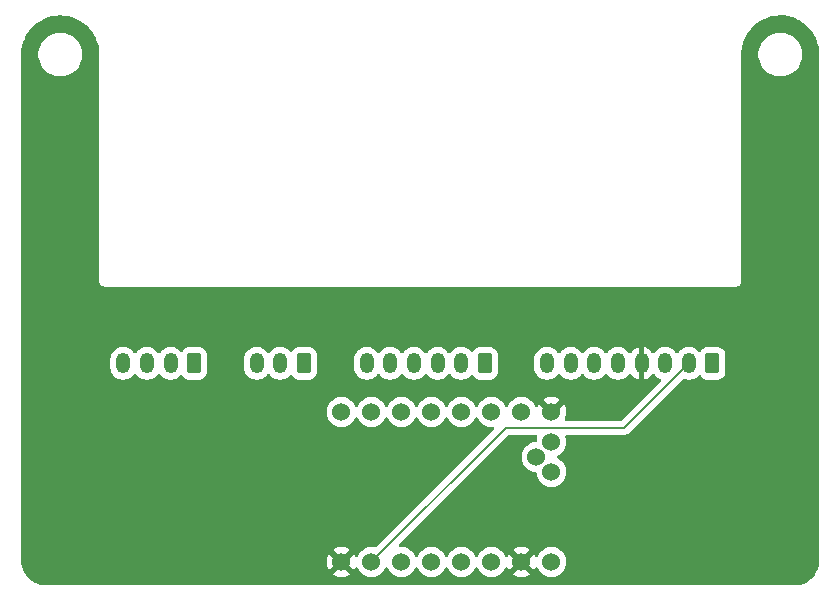
<source format=gbr>
%TF.GenerationSoftware,KiCad,Pcbnew,9.0.7*%
%TF.CreationDate,2026-02-21T16:48:54+00:00*%
%TF.ProjectId,z-axis-addon,7a2d6178-6973-42d6-9164-646f6e2e6b69,A*%
%TF.SameCoordinates,Original*%
%TF.FileFunction,Copper,L2,Bot*%
%TF.FilePolarity,Positive*%
%FSLAX46Y46*%
G04 Gerber Fmt 4.6, Leading zero omitted, Abs format (unit mm)*
G04 Created by KiCad (PCBNEW 9.0.7) date 2026-02-21 16:48:54*
%MOMM*%
%LPD*%
G01*
G04 APERTURE LIST*
G04 Aperture macros list*
%AMRoundRect*
0 Rectangle with rounded corners*
0 $1 Rounding radius*
0 $2 $3 $4 $5 $6 $7 $8 $9 X,Y pos of 4 corners*
0 Add a 4 corners polygon primitive as box body*
4,1,4,$2,$3,$4,$5,$6,$7,$8,$9,$2,$3,0*
0 Add four circle primitives for the rounded corners*
1,1,$1+$1,$2,$3*
1,1,$1+$1,$4,$5*
1,1,$1+$1,$6,$7*
1,1,$1+$1,$8,$9*
0 Add four rect primitives between the rounded corners*
20,1,$1+$1,$2,$3,$4,$5,0*
20,1,$1+$1,$4,$5,$6,$7,0*
20,1,$1+$1,$6,$7,$8,$9,0*
20,1,$1+$1,$8,$9,$2,$3,0*%
G04 Aperture macros list end*
%TA.AperFunction,ComponentPad*%
%ADD10RoundRect,0.250000X0.350000X0.625000X-0.350000X0.625000X-0.350000X-0.625000X0.350000X-0.625000X0*%
%TD*%
%TA.AperFunction,ComponentPad*%
%ADD11O,1.200000X1.750000*%
%TD*%
%TA.AperFunction,ComponentPad*%
%ADD12C,1.524000*%
%TD*%
%TA.AperFunction,Conductor*%
%ADD13C,0.200000*%
%TD*%
G04 APERTURE END LIST*
D10*
%TO.P,J2,1,Pin_1*%
%TO.N,/Vin*%
X211676000Y-119634000D03*
D11*
%TO.P,J2,2,Pin_2*%
%TO.N,/3v3*%
X209676000Y-119634000D03*
%TO.P,J2,3,Pin_3*%
%TO.N,unconnected-(J2-Pin_3-Pad3)*%
X207676000Y-119634000D03*
%TO.P,J2,4,Pin_4*%
%TO.N,/GND*%
X205676000Y-119634000D03*
%TO.P,J2,5,Pin_5*%
%TO.N,/MOSI*%
X203676000Y-119634000D03*
%TO.P,J2,6,Pin_6*%
%TO.N,/MISO*%
X201676000Y-119634000D03*
%TO.P,J2,7,Pin_7*%
%TO.N,/SCK*%
X199676000Y-119634000D03*
%TO.P,J2,8,Pin_8*%
%TO.N,/CS*%
X197676000Y-119634000D03*
%TD*%
D12*
%TO.P,U1,19*%
%TO.N,N/C*%
X196780400Y-127556600D03*
%TO.P,U1,18,DIAG1*%
%TO.N,/STALLGUARD*%
X198050400Y-128826600D03*
%TO.P,U1,17,DIAG0*%
%TO.N,unconnected-(U1-DIAG0-Pad17)*%
X198050400Y-126286600D03*
%TO.P,U1,16,VMOT*%
%TO.N,/Vin*%
X198050400Y-136446600D03*
%TO.P,U1,15,GND*%
%TO.N,/GND*%
X195510400Y-136446600D03*
%TO.P,U1,14,2B*%
%TO.N,/2B*%
X192970400Y-136446600D03*
%TO.P,U1,13,2A*%
%TO.N,/2A*%
X190430400Y-136446600D03*
%TO.P,U1,12,1A*%
%TO.N,/1A*%
X187890400Y-136446600D03*
%TO.P,U1,11,1B*%
%TO.N,/1B*%
X185350400Y-136446600D03*
%TO.P,U1,10,VDD*%
%TO.N,/3v3*%
X182810400Y-136446600D03*
%TO.P,U1,9,GND*%
%TO.N,/GND*%
X180270400Y-136446600D03*
%TO.P,U1,8,DIR*%
%TO.N,/DIR*%
X180270400Y-123746600D03*
%TO.P,U1,7,STEP*%
%TO.N,/STEP*%
X182810400Y-123746600D03*
%TO.P,U1,6,DCO*%
%TO.N,unconnected-(U1-DCO-Pad6)*%
X185350400Y-123746600D03*
%TO.P,U1,5,SDO/CFG0*%
%TO.N,/MISO*%
X187890400Y-123746600D03*
%TO.P,U1,4,CS/CFG3*%
%TO.N,/CS*%
X190430400Y-123746600D03*
%TO.P,U1,3,SCK/CFG2*%
%TO.N,/SCK*%
X192970400Y-123746600D03*
%TO.P,U1,2,SDI/CFG1*%
%TO.N,/MOSI*%
X195510400Y-123746600D03*
%TO.P,U1,1,~{EN}*%
%TO.N,/GND*%
X198050400Y-123746600D03*
%TD*%
D10*
%TO.P,J3,1,Pin_1*%
%TO.N,unconnected-(J3-Pin_1-Pad1)*%
X177085000Y-119634000D03*
D11*
%TO.P,J3,2,Pin_2*%
%TO.N,/STALLGUARD*%
X175085000Y-119634000D03*
%TO.P,J3,3,Pin_3*%
%TO.N,unconnected-(J3-Pin_3-Pad3)*%
X173085000Y-119634000D03*
%TD*%
D10*
%TO.P,J4,1,Pin_1*%
%TO.N,/2B*%
X167798000Y-119634000D03*
D11*
%TO.P,J4,2,Pin_2*%
%TO.N,/2A*%
X165798000Y-119634000D03*
%TO.P,J4,3,Pin_3*%
%TO.N,/1A*%
X163798000Y-119634000D03*
%TO.P,J4,4,Pin_4*%
%TO.N,/1B*%
X161798000Y-119634000D03*
%TD*%
D10*
%TO.P,J1,1,Pin_1*%
%TO.N,unconnected-(J1-Pin_1-Pad1)*%
X192404000Y-119634000D03*
D11*
%TO.P,J1,2,Pin_2*%
%TO.N,unconnected-(J1-Pin_2-Pad2)*%
X190404000Y-119634000D03*
%TO.P,J1,3,Pin_3*%
%TO.N,unconnected-(J1-Pin_3-Pad3)*%
X188404000Y-119634000D03*
%TO.P,J1,4,Pin_4*%
%TO.N,unconnected-(J1-Pin_4-Pad4)*%
X186404000Y-119634000D03*
%TO.P,J1,5,Pin_5*%
%TO.N,/STEP*%
X184404000Y-119634000D03*
%TO.P,J1,6,Pin_6*%
%TO.N,/DIR*%
X182404000Y-119634000D03*
%TD*%
D13*
%TO.N,/3v3*%
X194172400Y-125084600D02*
X182810400Y-136446600D01*
X209676000Y-119634000D02*
X204225400Y-125084600D01*
X204225400Y-125084600D02*
X194172400Y-125084600D01*
%TD*%
%TA.AperFunction,Conductor*%
%TO.N,/GND*%
G36*
X156803450Y-90180290D02*
G01*
X156816358Y-90181647D01*
X157145677Y-90233806D01*
X157158342Y-90236497D01*
X157480422Y-90322798D01*
X157492749Y-90326803D01*
X157804038Y-90446296D01*
X157815873Y-90451565D01*
X158112976Y-90602947D01*
X158124191Y-90609423D01*
X158403832Y-90791023D01*
X158414313Y-90798638D01*
X158471455Y-90844910D01*
X158673441Y-91008475D01*
X158683086Y-91017160D01*
X158918839Y-91252913D01*
X158927524Y-91262558D01*
X159137359Y-91521683D01*
X159144978Y-91532171D01*
X159326573Y-91811802D01*
X159333055Y-91823029D01*
X159462834Y-92077733D01*
X159484429Y-92120115D01*
X159489708Y-92131972D01*
X159609193Y-92443241D01*
X159613204Y-92455586D01*
X159699498Y-92777642D01*
X159702196Y-92790337D01*
X159754352Y-93119641D01*
X159755709Y-93132549D01*
X159773330Y-93468756D01*
X159773500Y-93475246D01*
X159773500Y-112714891D01*
X159807608Y-112842187D01*
X159840554Y-112899250D01*
X159873500Y-112956314D01*
X159966686Y-113049500D01*
X160080814Y-113115392D01*
X160208108Y-113149500D01*
X160208110Y-113149500D01*
X213682005Y-113149500D01*
X213682007Y-113149500D01*
X213809301Y-113115392D01*
X213923429Y-113049500D01*
X214016615Y-112956314D01*
X214082507Y-112842186D01*
X214116615Y-112714892D01*
X214116615Y-107884108D01*
X214116616Y-103566038D01*
X214116615Y-103566037D01*
X214116615Y-93656358D01*
X214118533Y-93648111D01*
X214116615Y-93590593D01*
X214116615Y-93569324D01*
X214116639Y-93566895D01*
X214118435Y-93475246D01*
X214120875Y-93350711D01*
X215573500Y-93350711D01*
X215573500Y-93593288D01*
X215605161Y-93833785D01*
X215667947Y-94068104D01*
X215760773Y-94292205D01*
X215760776Y-94292212D01*
X215882064Y-94502289D01*
X215882066Y-94502292D01*
X215882067Y-94502293D01*
X216029733Y-94694736D01*
X216029739Y-94694743D01*
X216201256Y-94866260D01*
X216201262Y-94866265D01*
X216393711Y-95013936D01*
X216603788Y-95135224D01*
X216827900Y-95228054D01*
X217062211Y-95290838D01*
X217242586Y-95314584D01*
X217302711Y-95322500D01*
X217302712Y-95322500D01*
X217545289Y-95322500D01*
X217593388Y-95316167D01*
X217785789Y-95290838D01*
X218020100Y-95228054D01*
X218244212Y-95135224D01*
X218454289Y-95013936D01*
X218646738Y-94866265D01*
X218818265Y-94694738D01*
X218965936Y-94502289D01*
X219087224Y-94292212D01*
X219180054Y-94068100D01*
X219242838Y-93833789D01*
X219274500Y-93593288D01*
X219274500Y-93350712D01*
X219242838Y-93110211D01*
X219180054Y-92875900D01*
X219087224Y-92651788D01*
X218965936Y-92441711D01*
X218818265Y-92249262D01*
X218818260Y-92249256D01*
X218646743Y-92077739D01*
X218646736Y-92077733D01*
X218454293Y-91930067D01*
X218454292Y-91930066D01*
X218454289Y-91930064D01*
X218268909Y-91823035D01*
X218244214Y-91808777D01*
X218244205Y-91808773D01*
X218020104Y-91715947D01*
X217785785Y-91653161D01*
X217545289Y-91621500D01*
X217545288Y-91621500D01*
X217302712Y-91621500D01*
X217302711Y-91621500D01*
X217062214Y-91653161D01*
X216827895Y-91715947D01*
X216603794Y-91808773D01*
X216603785Y-91808777D01*
X216393706Y-91930067D01*
X216201263Y-92077733D01*
X216201256Y-92077739D01*
X216029739Y-92249256D01*
X216029733Y-92249263D01*
X215882067Y-92441706D01*
X215760777Y-92651785D01*
X215760773Y-92651794D01*
X215667947Y-92875895D01*
X215605161Y-93110214D01*
X215573500Y-93350711D01*
X214120875Y-93350711D01*
X214123068Y-93238803D01*
X214124018Y-93225727D01*
X214166170Y-92891412D01*
X214168494Y-92878524D01*
X214245726Y-92550531D01*
X214249401Y-92537949D01*
X214280467Y-92449308D01*
X214360844Y-92219958D01*
X214365830Y-92207830D01*
X214404691Y-92125905D01*
X214510242Y-91903385D01*
X214516471Y-91891869D01*
X214692238Y-91604377D01*
X214699659Y-91593570D01*
X214904807Y-91326259D01*
X214913316Y-91316309D01*
X215145566Y-91072151D01*
X215155075Y-91063159D01*
X215411813Y-90844902D01*
X215422225Y-90836960D01*
X215700580Y-90647047D01*
X215711777Y-90640248D01*
X215815054Y-90584776D01*
X216008623Y-90480805D01*
X216020475Y-90475225D01*
X216332520Y-90348027D01*
X216344900Y-90343729D01*
X216668614Y-90250210D01*
X216681374Y-90247245D01*
X217013173Y-90188442D01*
X217026162Y-90186842D01*
X217362324Y-90163415D01*
X217375423Y-90163198D01*
X217712163Y-90175413D01*
X217725222Y-90176580D01*
X218058767Y-90224293D01*
X218071630Y-90226833D01*
X218398300Y-90309520D01*
X218410792Y-90313396D01*
X218726906Y-90430131D01*
X218738927Y-90435307D01*
X219040936Y-90584779D01*
X219052358Y-90591206D01*
X219336870Y-90771731D01*
X219347550Y-90779328D01*
X219611407Y-90988901D01*
X219621226Y-90997586D01*
X219861468Y-91233859D01*
X219870317Y-91243535D01*
X219938309Y-91326269D01*
X220084244Y-91503847D01*
X220092025Y-91514407D01*
X220277267Y-91795876D01*
X220283887Y-91807197D01*
X220435286Y-92100697D01*
X220438358Y-92106651D01*
X220443740Y-92118597D01*
X220565717Y-92432702D01*
X220569811Y-92445163D01*
X220657923Y-92770384D01*
X220660679Y-92783208D01*
X220713945Y-93115928D01*
X220715330Y-93128971D01*
X220733325Y-93468713D01*
X220733499Y-93475272D01*
X220733500Y-103439108D01*
X220733500Y-136267249D01*
X220733274Y-136274736D01*
X220718156Y-136524656D01*
X220716351Y-136539521D01*
X220671895Y-136782105D01*
X220668311Y-136796643D01*
X220594941Y-137032098D01*
X220589634Y-137046092D01*
X220488420Y-137270978D01*
X220481462Y-137284235D01*
X220353875Y-137495292D01*
X220345369Y-137507616D01*
X220193272Y-137701753D01*
X220183342Y-137712961D01*
X220008961Y-137887342D01*
X219997753Y-137897272D01*
X219803616Y-138049369D01*
X219791292Y-138057875D01*
X219580235Y-138185462D01*
X219566978Y-138192420D01*
X219342092Y-138293634D01*
X219328098Y-138298941D01*
X219094684Y-138371675D01*
X219092643Y-138372312D01*
X219078105Y-138375895D01*
X218835521Y-138420351D01*
X218820656Y-138422156D01*
X218570736Y-138437274D01*
X218563249Y-138437500D01*
X155324751Y-138437500D01*
X155317264Y-138437274D01*
X155067343Y-138422156D01*
X155052478Y-138420351D01*
X154809894Y-138375895D01*
X154795360Y-138372313D01*
X154559896Y-138298940D01*
X154545911Y-138293635D01*
X154414588Y-138234531D01*
X154321021Y-138192420D01*
X154307764Y-138185462D01*
X154096707Y-138057875D01*
X154084383Y-138049369D01*
X153890246Y-137897272D01*
X153879038Y-137887342D01*
X153704657Y-137712961D01*
X153694727Y-137701753D01*
X153675745Y-137677524D01*
X153542626Y-137507610D01*
X153534124Y-137495292D01*
X153406537Y-137284235D01*
X153399579Y-137270978D01*
X153298360Y-137046079D01*
X153293062Y-137032113D01*
X153219683Y-136796627D01*
X153216104Y-136782105D01*
X153171648Y-136539521D01*
X153169843Y-136524656D01*
X153159272Y-136349893D01*
X153159111Y-136347239D01*
X153154726Y-136274736D01*
X153154500Y-136267249D01*
X153154500Y-123647239D01*
X179007900Y-123647239D01*
X179007900Y-123845960D01*
X179038987Y-124042237D01*
X179100393Y-124231229D01*
X179100394Y-124231232D01*
X179157065Y-124342453D01*
X179190613Y-124408294D01*
X179307419Y-124569064D01*
X179447936Y-124709581D01*
X179608706Y-124826387D01*
X179695549Y-124870635D01*
X179785767Y-124916605D01*
X179785770Y-124916606D01*
X179880266Y-124947309D01*
X179974764Y-124978013D01*
X180171039Y-125009100D01*
X180171040Y-125009100D01*
X180369760Y-125009100D01*
X180369761Y-125009100D01*
X180566036Y-124978013D01*
X180755032Y-124916605D01*
X180932094Y-124826387D01*
X181092864Y-124709581D01*
X181233381Y-124569064D01*
X181350187Y-124408294D01*
X181429915Y-124251818D01*
X181477890Y-124201023D01*
X181545711Y-124184228D01*
X181611846Y-124206765D01*
X181650884Y-124251818D01*
X181730613Y-124408294D01*
X181847419Y-124569064D01*
X181987936Y-124709581D01*
X182148706Y-124826387D01*
X182235549Y-124870635D01*
X182325767Y-124916605D01*
X182325770Y-124916606D01*
X182420266Y-124947309D01*
X182514764Y-124978013D01*
X182711039Y-125009100D01*
X182711040Y-125009100D01*
X182909760Y-125009100D01*
X182909761Y-125009100D01*
X183106036Y-124978013D01*
X183295032Y-124916605D01*
X183472094Y-124826387D01*
X183632864Y-124709581D01*
X183773381Y-124569064D01*
X183890187Y-124408294D01*
X183969915Y-124251818D01*
X184017890Y-124201023D01*
X184085711Y-124184228D01*
X184151846Y-124206765D01*
X184190884Y-124251818D01*
X184270613Y-124408294D01*
X184387419Y-124569064D01*
X184527936Y-124709581D01*
X184688706Y-124826387D01*
X184775549Y-124870635D01*
X184865767Y-124916605D01*
X184865770Y-124916606D01*
X184960266Y-124947309D01*
X185054764Y-124978013D01*
X185251039Y-125009100D01*
X185251040Y-125009100D01*
X185449760Y-125009100D01*
X185449761Y-125009100D01*
X185646036Y-124978013D01*
X185835032Y-124916605D01*
X186012094Y-124826387D01*
X186172864Y-124709581D01*
X186313381Y-124569064D01*
X186430187Y-124408294D01*
X186509915Y-124251818D01*
X186557890Y-124201023D01*
X186625711Y-124184228D01*
X186691846Y-124206765D01*
X186730884Y-124251818D01*
X186810613Y-124408294D01*
X186927419Y-124569064D01*
X187067936Y-124709581D01*
X187228706Y-124826387D01*
X187315549Y-124870635D01*
X187405767Y-124916605D01*
X187405770Y-124916606D01*
X187500266Y-124947309D01*
X187594764Y-124978013D01*
X187791039Y-125009100D01*
X187791040Y-125009100D01*
X187989760Y-125009100D01*
X187989761Y-125009100D01*
X188186036Y-124978013D01*
X188375032Y-124916605D01*
X188552094Y-124826387D01*
X188712864Y-124709581D01*
X188853381Y-124569064D01*
X188970187Y-124408294D01*
X189049915Y-124251818D01*
X189097890Y-124201023D01*
X189165711Y-124184228D01*
X189231846Y-124206765D01*
X189270884Y-124251818D01*
X189350613Y-124408294D01*
X189467419Y-124569064D01*
X189607936Y-124709581D01*
X189768706Y-124826387D01*
X189855549Y-124870635D01*
X189945767Y-124916605D01*
X189945770Y-124916606D01*
X190040266Y-124947309D01*
X190134764Y-124978013D01*
X190331039Y-125009100D01*
X190331040Y-125009100D01*
X190529760Y-125009100D01*
X190529761Y-125009100D01*
X190726036Y-124978013D01*
X190915032Y-124916605D01*
X191092094Y-124826387D01*
X191252864Y-124709581D01*
X191393381Y-124569064D01*
X191510187Y-124408294D01*
X191589915Y-124251818D01*
X191637890Y-124201023D01*
X191705711Y-124184228D01*
X191771846Y-124206765D01*
X191810884Y-124251818D01*
X191890613Y-124408294D01*
X192007419Y-124569064D01*
X192147936Y-124709581D01*
X192308706Y-124826387D01*
X192395549Y-124870635D01*
X192485767Y-124916605D01*
X192485770Y-124916606D01*
X192580266Y-124947309D01*
X192674764Y-124978013D01*
X192871039Y-125009100D01*
X192871040Y-125009100D01*
X193069755Y-125009100D01*
X193069761Y-125009100D01*
X193083628Y-125006903D01*
X193152916Y-125015856D01*
X193206370Y-125060850D01*
X193227012Y-125127601D01*
X193208289Y-125194915D01*
X193190706Y-125217057D01*
X183224926Y-135182837D01*
X183163603Y-135216322D01*
X183110878Y-135215758D01*
X183110848Y-135215949D01*
X183109556Y-135215744D01*
X183108303Y-135215731D01*
X183106036Y-135215186D01*
X182923632Y-135186297D01*
X182909761Y-135184100D01*
X182711039Y-135184100D01*
X182645614Y-135194462D01*
X182514762Y-135215187D01*
X182325770Y-135276593D01*
X182325767Y-135276594D01*
X182148705Y-135366813D01*
X181987933Y-135483621D01*
X181847421Y-135624133D01*
X181730613Y-135784905D01*
X181650604Y-135941931D01*
X181602629Y-135992727D01*
X181534808Y-136009522D01*
X181468673Y-135986984D01*
X181429634Y-135941931D01*
X181349758Y-135785167D01*
X181322668Y-135747883D01*
X180651400Y-136419151D01*
X180651400Y-136396440D01*
X180625436Y-136299539D01*
X180575276Y-136212660D01*
X180504340Y-136141724D01*
X180417461Y-136091564D01*
X180320560Y-136065600D01*
X180297847Y-136065600D01*
X180969116Y-135394331D01*
X180969115Y-135394330D01*
X180931832Y-135367241D01*
X180754837Y-135277057D01*
X180565922Y-135215675D01*
X180369721Y-135184600D01*
X180171079Y-135184600D01*
X179974879Y-135215675D01*
X179974876Y-135215675D01*
X179785962Y-135277057D01*
X179608964Y-135367243D01*
X179571683Y-135394329D01*
X179571682Y-135394330D01*
X180242954Y-136065600D01*
X180220240Y-136065600D01*
X180123339Y-136091564D01*
X180036460Y-136141724D01*
X179965524Y-136212660D01*
X179915364Y-136299539D01*
X179889400Y-136396440D01*
X179889400Y-136419152D01*
X179218130Y-135747882D01*
X179218129Y-135747883D01*
X179191043Y-135785164D01*
X179100857Y-135962162D01*
X179039475Y-136151076D01*
X179039475Y-136151079D01*
X179008400Y-136347278D01*
X179008400Y-136545921D01*
X179039475Y-136742120D01*
X179039475Y-136742123D01*
X179100857Y-136931037D01*
X179191041Y-137108032D01*
X179218130Y-137145315D01*
X179218131Y-137145316D01*
X179889400Y-136474047D01*
X179889400Y-136496760D01*
X179915364Y-136593661D01*
X179965524Y-136680540D01*
X180036460Y-136751476D01*
X180123339Y-136801636D01*
X180220240Y-136827600D01*
X180242953Y-136827600D01*
X179571683Y-137498868D01*
X179571683Y-137498869D01*
X179608967Y-137525958D01*
X179785962Y-137616142D01*
X179974877Y-137677524D01*
X180171079Y-137708600D01*
X180369721Y-137708600D01*
X180565920Y-137677524D01*
X180565923Y-137677524D01*
X180754837Y-137616142D01*
X180931825Y-137525962D01*
X180969116Y-137498868D01*
X180297848Y-136827600D01*
X180320560Y-136827600D01*
X180417461Y-136801636D01*
X180504340Y-136751476D01*
X180575276Y-136680540D01*
X180625436Y-136593661D01*
X180651400Y-136496760D01*
X180651400Y-136474047D01*
X181322668Y-137145315D01*
X181349764Y-137108022D01*
X181429634Y-136951269D01*
X181477608Y-136900472D01*
X181545429Y-136883677D01*
X181611564Y-136906214D01*
X181650603Y-136951267D01*
X181730613Y-137108294D01*
X181847419Y-137269064D01*
X181987936Y-137409581D01*
X182148706Y-137526387D01*
X182235549Y-137570635D01*
X182325767Y-137616605D01*
X182325770Y-137616606D01*
X182420266Y-137647309D01*
X182514764Y-137678013D01*
X182711039Y-137709100D01*
X182711040Y-137709100D01*
X182909760Y-137709100D01*
X182909761Y-137709100D01*
X183106036Y-137678013D01*
X183295032Y-137616605D01*
X183472094Y-137526387D01*
X183632864Y-137409581D01*
X183773381Y-137269064D01*
X183890187Y-137108294D01*
X183969915Y-136951818D01*
X184017890Y-136901023D01*
X184085711Y-136884228D01*
X184151846Y-136906765D01*
X184190884Y-136951818D01*
X184270613Y-137108294D01*
X184387419Y-137269064D01*
X184527936Y-137409581D01*
X184688706Y-137526387D01*
X184775549Y-137570635D01*
X184865767Y-137616605D01*
X184865770Y-137616606D01*
X184960266Y-137647309D01*
X185054764Y-137678013D01*
X185251039Y-137709100D01*
X185251040Y-137709100D01*
X185449760Y-137709100D01*
X185449761Y-137709100D01*
X185646036Y-137678013D01*
X185835032Y-137616605D01*
X186012094Y-137526387D01*
X186172864Y-137409581D01*
X186313381Y-137269064D01*
X186430187Y-137108294D01*
X186509915Y-136951818D01*
X186557890Y-136901023D01*
X186625711Y-136884228D01*
X186691846Y-136906765D01*
X186730884Y-136951818D01*
X186810613Y-137108294D01*
X186927419Y-137269064D01*
X187067936Y-137409581D01*
X187228706Y-137526387D01*
X187315549Y-137570635D01*
X187405767Y-137616605D01*
X187405770Y-137616606D01*
X187500266Y-137647309D01*
X187594764Y-137678013D01*
X187791039Y-137709100D01*
X187791040Y-137709100D01*
X187989760Y-137709100D01*
X187989761Y-137709100D01*
X188186036Y-137678013D01*
X188375032Y-137616605D01*
X188552094Y-137526387D01*
X188712864Y-137409581D01*
X188853381Y-137269064D01*
X188970187Y-137108294D01*
X189049915Y-136951818D01*
X189097890Y-136901023D01*
X189165711Y-136884228D01*
X189231846Y-136906765D01*
X189270884Y-136951818D01*
X189350613Y-137108294D01*
X189467419Y-137269064D01*
X189607936Y-137409581D01*
X189768706Y-137526387D01*
X189855549Y-137570635D01*
X189945767Y-137616605D01*
X189945770Y-137616606D01*
X190040266Y-137647309D01*
X190134764Y-137678013D01*
X190331039Y-137709100D01*
X190331040Y-137709100D01*
X190529760Y-137709100D01*
X190529761Y-137709100D01*
X190726036Y-137678013D01*
X190915032Y-137616605D01*
X191092094Y-137526387D01*
X191252864Y-137409581D01*
X191393381Y-137269064D01*
X191510187Y-137108294D01*
X191589915Y-136951818D01*
X191637890Y-136901023D01*
X191705711Y-136884228D01*
X191771846Y-136906765D01*
X191810884Y-136951818D01*
X191890613Y-137108294D01*
X192007419Y-137269064D01*
X192147936Y-137409581D01*
X192308706Y-137526387D01*
X192395549Y-137570635D01*
X192485767Y-137616605D01*
X192485770Y-137616606D01*
X192580266Y-137647309D01*
X192674764Y-137678013D01*
X192871039Y-137709100D01*
X192871040Y-137709100D01*
X193069760Y-137709100D01*
X193069761Y-137709100D01*
X193266036Y-137678013D01*
X193455032Y-137616605D01*
X193632094Y-137526387D01*
X193792864Y-137409581D01*
X193933381Y-137269064D01*
X194050187Y-137108294D01*
X194130196Y-136951267D01*
X194178169Y-136900472D01*
X194245990Y-136883677D01*
X194312125Y-136906214D01*
X194351165Y-136951268D01*
X194431041Y-137108032D01*
X194458130Y-137145315D01*
X194458131Y-137145316D01*
X195129400Y-136474047D01*
X195129400Y-136496760D01*
X195155364Y-136593661D01*
X195205524Y-136680540D01*
X195276460Y-136751476D01*
X195363339Y-136801636D01*
X195460240Y-136827600D01*
X195482953Y-136827600D01*
X194811683Y-137498868D01*
X194811683Y-137498869D01*
X194848967Y-137525958D01*
X195025962Y-137616142D01*
X195214877Y-137677524D01*
X195411079Y-137708600D01*
X195609721Y-137708600D01*
X195805920Y-137677524D01*
X195805923Y-137677524D01*
X195994837Y-137616142D01*
X196171825Y-137525962D01*
X196209116Y-137498868D01*
X195537848Y-136827600D01*
X195560560Y-136827600D01*
X195657461Y-136801636D01*
X195744340Y-136751476D01*
X195815276Y-136680540D01*
X195865436Y-136593661D01*
X195891400Y-136496760D01*
X195891400Y-136474047D01*
X196562668Y-137145315D01*
X196589764Y-137108022D01*
X196669634Y-136951269D01*
X196717608Y-136900472D01*
X196785429Y-136883677D01*
X196851564Y-136906214D01*
X196890603Y-136951267D01*
X196970613Y-137108294D01*
X197087419Y-137269064D01*
X197227936Y-137409581D01*
X197388706Y-137526387D01*
X197475549Y-137570635D01*
X197565767Y-137616605D01*
X197565770Y-137616606D01*
X197660266Y-137647309D01*
X197754764Y-137678013D01*
X197951039Y-137709100D01*
X197951040Y-137709100D01*
X198149760Y-137709100D01*
X198149761Y-137709100D01*
X198346036Y-137678013D01*
X198535032Y-137616605D01*
X198712094Y-137526387D01*
X198872864Y-137409581D01*
X199013381Y-137269064D01*
X199130187Y-137108294D01*
X199220405Y-136931232D01*
X199281813Y-136742236D01*
X199312900Y-136545961D01*
X199312900Y-136347239D01*
X199281813Y-136150964D01*
X199220405Y-135961968D01*
X199220405Y-135961967D01*
X199174435Y-135871749D01*
X199130187Y-135784906D01*
X199013381Y-135624136D01*
X198872864Y-135483619D01*
X198712094Y-135366813D01*
X198535032Y-135276594D01*
X198535029Y-135276593D01*
X198346037Y-135215187D01*
X198247898Y-135199643D01*
X198149761Y-135184100D01*
X197951039Y-135184100D01*
X197885614Y-135194462D01*
X197754762Y-135215187D01*
X197565770Y-135276593D01*
X197565767Y-135276594D01*
X197388705Y-135366813D01*
X197227933Y-135483621D01*
X197087421Y-135624133D01*
X196970613Y-135784905D01*
X196890604Y-135941931D01*
X196842629Y-135992727D01*
X196774808Y-136009522D01*
X196708673Y-135986984D01*
X196669634Y-135941931D01*
X196589758Y-135785167D01*
X196562668Y-135747883D01*
X195891400Y-136419151D01*
X195891400Y-136396440D01*
X195865436Y-136299539D01*
X195815276Y-136212660D01*
X195744340Y-136141724D01*
X195657461Y-136091564D01*
X195560560Y-136065600D01*
X195537847Y-136065600D01*
X196209116Y-135394331D01*
X196209115Y-135394330D01*
X196171832Y-135367241D01*
X195994837Y-135277057D01*
X195805922Y-135215675D01*
X195609721Y-135184600D01*
X195411079Y-135184600D01*
X195214879Y-135215675D01*
X195214876Y-135215675D01*
X195025962Y-135277057D01*
X194848964Y-135367243D01*
X194811683Y-135394329D01*
X194811682Y-135394330D01*
X195482954Y-136065600D01*
X195460240Y-136065600D01*
X195363339Y-136091564D01*
X195276460Y-136141724D01*
X195205524Y-136212660D01*
X195155364Y-136299539D01*
X195129400Y-136396440D01*
X195129400Y-136419152D01*
X194458130Y-135747882D01*
X194458129Y-135747883D01*
X194431041Y-135785166D01*
X194351164Y-135941932D01*
X194303190Y-135992727D01*
X194235369Y-136009522D01*
X194169234Y-135986984D01*
X194130196Y-135941932D01*
X194050187Y-135784906D01*
X193933381Y-135624136D01*
X193792864Y-135483619D01*
X193632094Y-135366813D01*
X193455032Y-135276594D01*
X193455029Y-135276593D01*
X193266037Y-135215187D01*
X193167898Y-135199643D01*
X193069761Y-135184100D01*
X192871039Y-135184100D01*
X192805614Y-135194462D01*
X192674762Y-135215187D01*
X192485770Y-135276593D01*
X192485767Y-135276594D01*
X192308705Y-135366813D01*
X192147933Y-135483621D01*
X192007421Y-135624133D01*
X191890613Y-135784905D01*
X191810885Y-135941380D01*
X191762910Y-135992176D01*
X191695089Y-136008971D01*
X191628954Y-135986433D01*
X191589915Y-135941380D01*
X191562873Y-135888308D01*
X191510187Y-135784906D01*
X191393381Y-135624136D01*
X191252864Y-135483619D01*
X191092094Y-135366813D01*
X190915032Y-135276594D01*
X190915029Y-135276593D01*
X190726037Y-135215187D01*
X190627898Y-135199643D01*
X190529761Y-135184100D01*
X190331039Y-135184100D01*
X190265614Y-135194462D01*
X190134762Y-135215187D01*
X189945770Y-135276593D01*
X189945767Y-135276594D01*
X189768705Y-135366813D01*
X189607933Y-135483621D01*
X189467421Y-135624133D01*
X189350613Y-135784905D01*
X189270885Y-135941380D01*
X189222910Y-135992176D01*
X189155089Y-136008971D01*
X189088954Y-135986433D01*
X189049915Y-135941380D01*
X189022873Y-135888308D01*
X188970187Y-135784906D01*
X188853381Y-135624136D01*
X188712864Y-135483619D01*
X188552094Y-135366813D01*
X188375032Y-135276594D01*
X188375029Y-135276593D01*
X188186037Y-135215187D01*
X188087898Y-135199643D01*
X187989761Y-135184100D01*
X187791039Y-135184100D01*
X187725614Y-135194462D01*
X187594762Y-135215187D01*
X187405770Y-135276593D01*
X187405767Y-135276594D01*
X187228705Y-135366813D01*
X187067933Y-135483621D01*
X186927421Y-135624133D01*
X186810613Y-135784905D01*
X186730885Y-135941380D01*
X186682910Y-135992176D01*
X186615089Y-136008971D01*
X186548954Y-135986433D01*
X186509915Y-135941380D01*
X186482873Y-135888308D01*
X186430187Y-135784906D01*
X186313381Y-135624136D01*
X186172864Y-135483619D01*
X186012094Y-135366813D01*
X185835032Y-135276594D01*
X185835029Y-135276593D01*
X185646037Y-135215187D01*
X185547898Y-135199643D01*
X185449761Y-135184100D01*
X185251039Y-135184100D01*
X185247882Y-135184600D01*
X185237165Y-135186297D01*
X185167872Y-135177339D01*
X185114422Y-135132341D01*
X185093785Y-135065589D01*
X185112513Y-134998276D01*
X185130087Y-134976147D01*
X194384816Y-125721419D01*
X194446139Y-125687934D01*
X194472497Y-125685100D01*
X196747696Y-125685100D01*
X196814735Y-125704785D01*
X196860490Y-125757589D01*
X196870434Y-125826747D01*
X196865627Y-125847418D01*
X196818987Y-125990962D01*
X196787382Y-126190507D01*
X196757453Y-126253642D01*
X196698141Y-126290573D01*
X196684307Y-126293582D01*
X196484762Y-126325187D01*
X196295770Y-126386593D01*
X196295767Y-126386594D01*
X196118705Y-126476813D01*
X195957933Y-126593621D01*
X195817421Y-126734133D01*
X195700613Y-126894905D01*
X195610394Y-127071967D01*
X195610393Y-127071970D01*
X195548987Y-127260962D01*
X195519662Y-127446115D01*
X195517900Y-127457239D01*
X195517900Y-127655961D01*
X195519662Y-127667085D01*
X195548987Y-127852237D01*
X195610393Y-128041229D01*
X195610394Y-128041232D01*
X195673410Y-128164905D01*
X195700613Y-128218294D01*
X195817419Y-128379064D01*
X195957936Y-128519581D01*
X196118706Y-128636387D01*
X196205549Y-128680635D01*
X196295767Y-128726605D01*
X196295770Y-128726606D01*
X196484763Y-128788013D01*
X196537269Y-128796329D01*
X196681039Y-128819100D01*
X196681042Y-128819100D01*
X196684306Y-128819617D01*
X196747441Y-128849546D01*
X196784373Y-128908857D01*
X196787382Y-128922692D01*
X196818987Y-129122237D01*
X196880393Y-129311229D01*
X196880394Y-129311232D01*
X196970613Y-129488294D01*
X197087419Y-129649064D01*
X197227936Y-129789581D01*
X197388706Y-129906387D01*
X197475549Y-129950635D01*
X197565767Y-129996605D01*
X197565770Y-129996606D01*
X197660266Y-130027309D01*
X197754764Y-130058013D01*
X197951039Y-130089100D01*
X197951040Y-130089100D01*
X198149760Y-130089100D01*
X198149761Y-130089100D01*
X198346036Y-130058013D01*
X198535032Y-129996605D01*
X198712094Y-129906387D01*
X198872864Y-129789581D01*
X199013381Y-129649064D01*
X199130187Y-129488294D01*
X199220405Y-129311232D01*
X199281813Y-129122236D01*
X199312900Y-128925961D01*
X199312900Y-128727239D01*
X199281813Y-128530964D01*
X199220405Y-128341968D01*
X199220405Y-128341967D01*
X199174435Y-128251749D01*
X199130187Y-128164906D01*
X199013381Y-128004136D01*
X198872864Y-127863619D01*
X198712094Y-127746813D01*
X198555618Y-127667084D01*
X198504823Y-127619110D01*
X198488028Y-127551289D01*
X198510565Y-127485154D01*
X198555618Y-127446115D01*
X198712094Y-127366387D01*
X198872864Y-127249581D01*
X199013381Y-127109064D01*
X199130187Y-126948294D01*
X199220405Y-126771232D01*
X199281813Y-126582236D01*
X199312900Y-126385961D01*
X199312900Y-126187239D01*
X199281813Y-125990964D01*
X199263162Y-125933564D01*
X199235173Y-125847418D01*
X199233178Y-125777576D01*
X199269259Y-125717744D01*
X199331960Y-125686916D01*
X199353104Y-125685100D01*
X204138731Y-125685100D01*
X204138747Y-125685101D01*
X204146343Y-125685101D01*
X204304454Y-125685101D01*
X204304457Y-125685101D01*
X204457185Y-125644177D01*
X204530421Y-125601894D01*
X204594116Y-125565120D01*
X204705920Y-125453316D01*
X204705920Y-125453314D01*
X204716124Y-125443111D01*
X204716128Y-125443106D01*
X209182319Y-120976914D01*
X209243640Y-120943431D01*
X209308315Y-120946665D01*
X209418299Y-120982402D01*
X209589389Y-121009500D01*
X209589390Y-121009500D01*
X209762610Y-121009500D01*
X209762611Y-121009500D01*
X209933701Y-120982402D01*
X210098445Y-120928873D01*
X210252788Y-120850232D01*
X210392928Y-120748414D01*
X210500472Y-120640869D01*
X210561791Y-120607387D01*
X210631483Y-120612371D01*
X210687417Y-120654242D01*
X210693688Y-120663456D01*
X210733285Y-120727652D01*
X210733288Y-120727656D01*
X210857344Y-120851712D01*
X211006666Y-120943814D01*
X211173203Y-120998999D01*
X211275991Y-121009500D01*
X212076008Y-121009499D01*
X212076016Y-121009498D01*
X212076019Y-121009498D01*
X212132302Y-121003748D01*
X212178797Y-120998999D01*
X212345334Y-120943814D01*
X212494656Y-120851712D01*
X212618712Y-120727656D01*
X212710814Y-120578334D01*
X212765999Y-120411797D01*
X212776500Y-120309009D01*
X212776499Y-118958992D01*
X212765999Y-118856203D01*
X212710814Y-118689666D01*
X212618712Y-118540344D01*
X212494656Y-118416288D01*
X212369559Y-118339128D01*
X212345336Y-118324187D01*
X212345331Y-118324185D01*
X212343862Y-118323698D01*
X212178797Y-118269001D01*
X212178795Y-118269000D01*
X212076010Y-118258500D01*
X211275998Y-118258500D01*
X211275980Y-118258501D01*
X211173203Y-118269000D01*
X211173200Y-118269001D01*
X211006668Y-118324185D01*
X211006663Y-118324187D01*
X210857342Y-118416289D01*
X210733287Y-118540344D01*
X210693688Y-118604544D01*
X210641739Y-118651268D01*
X210572777Y-118662489D01*
X210508695Y-118634645D01*
X210500469Y-118627127D01*
X210392930Y-118519588D01*
X210392928Y-118519586D01*
X210252788Y-118417768D01*
X210098445Y-118339127D01*
X209933701Y-118285598D01*
X209933699Y-118285597D01*
X209933698Y-118285597D01*
X209802271Y-118264781D01*
X209762611Y-118258500D01*
X209589389Y-118258500D01*
X209549728Y-118264781D01*
X209418302Y-118285597D01*
X209253552Y-118339128D01*
X209099211Y-118417768D01*
X209019256Y-118475859D01*
X208959072Y-118519586D01*
X208959070Y-118519588D01*
X208959069Y-118519588D01*
X208836588Y-118642069D01*
X208836581Y-118642078D01*
X208776317Y-118725023D01*
X208720987Y-118767689D01*
X208651374Y-118773667D01*
X208589579Y-118741061D01*
X208575683Y-118725023D01*
X208515653Y-118642401D01*
X208515414Y-118642072D01*
X208392928Y-118519586D01*
X208252788Y-118417768D01*
X208098445Y-118339127D01*
X207933701Y-118285598D01*
X207933699Y-118285597D01*
X207933698Y-118285597D01*
X207802271Y-118264781D01*
X207762611Y-118258500D01*
X207589389Y-118258500D01*
X207549728Y-118264781D01*
X207418302Y-118285597D01*
X207253552Y-118339128D01*
X207099211Y-118417768D01*
X207019256Y-118475859D01*
X206959072Y-118519586D01*
X206959070Y-118519588D01*
X206959069Y-118519588D01*
X206836585Y-118642072D01*
X206776007Y-118725450D01*
X206720677Y-118768115D01*
X206651063Y-118774093D01*
X206589269Y-118741486D01*
X206575371Y-118725447D01*
X206515036Y-118642401D01*
X206392602Y-118519967D01*
X206252524Y-118418195D01*
X206098257Y-118339591D01*
X205933589Y-118286087D01*
X205933581Y-118286085D01*
X205926000Y-118284884D01*
X205926000Y-119353670D01*
X205906255Y-119333925D01*
X205820745Y-119284556D01*
X205725370Y-119259000D01*
X205626630Y-119259000D01*
X205531255Y-119284556D01*
X205445745Y-119333925D01*
X205426000Y-119353670D01*
X205426000Y-118284884D01*
X205425999Y-118284884D01*
X205418418Y-118286085D01*
X205418410Y-118286087D01*
X205253742Y-118339591D01*
X205099475Y-118418195D01*
X204959397Y-118519967D01*
X204836965Y-118642399D01*
X204836961Y-118642404D01*
X204776627Y-118725448D01*
X204721297Y-118768114D01*
X204651684Y-118774093D01*
X204589889Y-118741488D01*
X204575991Y-118725449D01*
X204575990Y-118725447D01*
X204515414Y-118642072D01*
X204392928Y-118519586D01*
X204252788Y-118417768D01*
X204098445Y-118339127D01*
X203933701Y-118285598D01*
X203933699Y-118285597D01*
X203933698Y-118285597D01*
X203802271Y-118264781D01*
X203762611Y-118258500D01*
X203589389Y-118258500D01*
X203549728Y-118264781D01*
X203418302Y-118285597D01*
X203253552Y-118339128D01*
X203099211Y-118417768D01*
X203019256Y-118475859D01*
X202959072Y-118519586D01*
X202959070Y-118519588D01*
X202959069Y-118519588D01*
X202836588Y-118642069D01*
X202836581Y-118642078D01*
X202776317Y-118725023D01*
X202720987Y-118767689D01*
X202651374Y-118773667D01*
X202589579Y-118741061D01*
X202575683Y-118725023D01*
X202515653Y-118642401D01*
X202515414Y-118642072D01*
X202392928Y-118519586D01*
X202252788Y-118417768D01*
X202098445Y-118339127D01*
X201933701Y-118285598D01*
X201933699Y-118285597D01*
X201933698Y-118285597D01*
X201802271Y-118264781D01*
X201762611Y-118258500D01*
X201589389Y-118258500D01*
X201549728Y-118264781D01*
X201418302Y-118285597D01*
X201253552Y-118339128D01*
X201099211Y-118417768D01*
X201019256Y-118475859D01*
X200959072Y-118519586D01*
X200959070Y-118519588D01*
X200959069Y-118519588D01*
X200836588Y-118642069D01*
X200836581Y-118642078D01*
X200776317Y-118725023D01*
X200720987Y-118767689D01*
X200651374Y-118773667D01*
X200589579Y-118741061D01*
X200575683Y-118725023D01*
X200515653Y-118642401D01*
X200515414Y-118642072D01*
X200392928Y-118519586D01*
X200252788Y-118417768D01*
X200098445Y-118339127D01*
X199933701Y-118285598D01*
X199933699Y-118285597D01*
X199933698Y-118285597D01*
X199802271Y-118264781D01*
X199762611Y-118258500D01*
X199589389Y-118258500D01*
X199549728Y-118264781D01*
X199418302Y-118285597D01*
X199253552Y-118339128D01*
X199099211Y-118417768D01*
X199019256Y-118475859D01*
X198959072Y-118519586D01*
X198959070Y-118519588D01*
X198959069Y-118519588D01*
X198836588Y-118642069D01*
X198836581Y-118642078D01*
X198776317Y-118725023D01*
X198720987Y-118767689D01*
X198651374Y-118773667D01*
X198589579Y-118741061D01*
X198575683Y-118725023D01*
X198515653Y-118642401D01*
X198515414Y-118642072D01*
X198392928Y-118519586D01*
X198252788Y-118417768D01*
X198098445Y-118339127D01*
X197933701Y-118285598D01*
X197933699Y-118285597D01*
X197933698Y-118285597D01*
X197802271Y-118264781D01*
X197762611Y-118258500D01*
X197589389Y-118258500D01*
X197549728Y-118264781D01*
X197418302Y-118285597D01*
X197253552Y-118339128D01*
X197099211Y-118417768D01*
X197019256Y-118475859D01*
X196959072Y-118519586D01*
X196959070Y-118519588D01*
X196959069Y-118519588D01*
X196836588Y-118642069D01*
X196836588Y-118642070D01*
X196836586Y-118642072D01*
X196836345Y-118642404D01*
X196734768Y-118782211D01*
X196656128Y-118936552D01*
X196602597Y-119101302D01*
X196577621Y-119259000D01*
X196575500Y-119272389D01*
X196575500Y-119995611D01*
X196602598Y-120166701D01*
X196656127Y-120331445D01*
X196734768Y-120485788D01*
X196836586Y-120625928D01*
X196959072Y-120748414D01*
X197099212Y-120850232D01*
X197253555Y-120928873D01*
X197418299Y-120982402D01*
X197589389Y-121009500D01*
X197589390Y-121009500D01*
X197762610Y-121009500D01*
X197762611Y-121009500D01*
X197933701Y-120982402D01*
X198098445Y-120928873D01*
X198252788Y-120850232D01*
X198392928Y-120748414D01*
X198515414Y-120625928D01*
X198575682Y-120542975D01*
X198631012Y-120500311D01*
X198700626Y-120494332D01*
X198762421Y-120526938D01*
X198776315Y-120542973D01*
X198836586Y-120625928D01*
X198959072Y-120748414D01*
X199099212Y-120850232D01*
X199253555Y-120928873D01*
X199418299Y-120982402D01*
X199589389Y-121009500D01*
X199589390Y-121009500D01*
X199762610Y-121009500D01*
X199762611Y-121009500D01*
X199933701Y-120982402D01*
X200098445Y-120928873D01*
X200252788Y-120850232D01*
X200392928Y-120748414D01*
X200515414Y-120625928D01*
X200575682Y-120542975D01*
X200631012Y-120500311D01*
X200700626Y-120494332D01*
X200762421Y-120526938D01*
X200776315Y-120542973D01*
X200836586Y-120625928D01*
X200959072Y-120748414D01*
X201099212Y-120850232D01*
X201253555Y-120928873D01*
X201418299Y-120982402D01*
X201589389Y-121009500D01*
X201589390Y-121009500D01*
X201762610Y-121009500D01*
X201762611Y-121009500D01*
X201933701Y-120982402D01*
X202098445Y-120928873D01*
X202252788Y-120850232D01*
X202392928Y-120748414D01*
X202515414Y-120625928D01*
X202575682Y-120542975D01*
X202631012Y-120500311D01*
X202700626Y-120494332D01*
X202762421Y-120526938D01*
X202776315Y-120542973D01*
X202836586Y-120625928D01*
X202959072Y-120748414D01*
X203099212Y-120850232D01*
X203253555Y-120928873D01*
X203418299Y-120982402D01*
X203589389Y-121009500D01*
X203589390Y-121009500D01*
X203762610Y-121009500D01*
X203762611Y-121009500D01*
X203933701Y-120982402D01*
X204098445Y-120928873D01*
X204252788Y-120850232D01*
X204392928Y-120748414D01*
X204515414Y-120625928D01*
X204575991Y-120542550D01*
X204631321Y-120499885D01*
X204700934Y-120493906D01*
X204762729Y-120526512D01*
X204776628Y-120542551D01*
X204836967Y-120625602D01*
X204959397Y-120748032D01*
X205099475Y-120849804D01*
X205253744Y-120928408D01*
X205418415Y-120981914D01*
X205418414Y-120981914D01*
X205425999Y-120983115D01*
X205426000Y-120983114D01*
X205426000Y-119914330D01*
X205445745Y-119934075D01*
X205531255Y-119983444D01*
X205626630Y-120009000D01*
X205725370Y-120009000D01*
X205820745Y-119983444D01*
X205906255Y-119934075D01*
X205926000Y-119914330D01*
X205926000Y-120983115D01*
X205933584Y-120981914D01*
X206098255Y-120928408D01*
X206252524Y-120849804D01*
X206392602Y-120748032D01*
X206515036Y-120625598D01*
X206575371Y-120542552D01*
X206630700Y-120499886D01*
X206700313Y-120493905D01*
X206762109Y-120526510D01*
X206776008Y-120542550D01*
X206776318Y-120542976D01*
X206836586Y-120625928D01*
X206959072Y-120748414D01*
X207099212Y-120850232D01*
X207253555Y-120928873D01*
X207271186Y-120934602D01*
X207328860Y-120974036D01*
X207356060Y-121038394D01*
X207344148Y-121107240D01*
X207320550Y-121140213D01*
X204012984Y-124447781D01*
X203951661Y-124481266D01*
X203925303Y-124484100D01*
X199293350Y-124484100D01*
X199226311Y-124464415D01*
X199180556Y-124411611D01*
X199170612Y-124342453D01*
X199182865Y-124303805D01*
X199219942Y-124231037D01*
X199281324Y-124042123D01*
X199281324Y-124042120D01*
X199312400Y-123845921D01*
X199312400Y-123647278D01*
X199281324Y-123451079D01*
X199281324Y-123451076D01*
X199219942Y-123262162D01*
X199129758Y-123085167D01*
X199102668Y-123047883D01*
X198431400Y-123719151D01*
X198431400Y-123696440D01*
X198405436Y-123599539D01*
X198355276Y-123512660D01*
X198284340Y-123441724D01*
X198197461Y-123391564D01*
X198100560Y-123365600D01*
X198077847Y-123365600D01*
X198749116Y-122694331D01*
X198749115Y-122694330D01*
X198711832Y-122667241D01*
X198534837Y-122577057D01*
X198345922Y-122515675D01*
X198149721Y-122484600D01*
X197951079Y-122484600D01*
X197754879Y-122515675D01*
X197754876Y-122515675D01*
X197565962Y-122577057D01*
X197388964Y-122667243D01*
X197351683Y-122694329D01*
X197351682Y-122694330D01*
X198022954Y-123365600D01*
X198000240Y-123365600D01*
X197903339Y-123391564D01*
X197816460Y-123441724D01*
X197745524Y-123512660D01*
X197695364Y-123599539D01*
X197669400Y-123696440D01*
X197669400Y-123719152D01*
X196998130Y-123047882D01*
X196998129Y-123047883D01*
X196971041Y-123085166D01*
X196891164Y-123241932D01*
X196843190Y-123292727D01*
X196775369Y-123309522D01*
X196709234Y-123286984D01*
X196670196Y-123241932D01*
X196590187Y-123084906D01*
X196473381Y-122924136D01*
X196332864Y-122783619D01*
X196172094Y-122666813D01*
X195995032Y-122576594D01*
X195995029Y-122576593D01*
X195806037Y-122515187D01*
X195707898Y-122499643D01*
X195609761Y-122484100D01*
X195411039Y-122484100D01*
X195345614Y-122494462D01*
X195214762Y-122515187D01*
X195025770Y-122576593D01*
X195025767Y-122576594D01*
X194848705Y-122666813D01*
X194687933Y-122783621D01*
X194547421Y-122924133D01*
X194430613Y-123084905D01*
X194350885Y-123241380D01*
X194302910Y-123292176D01*
X194235089Y-123308971D01*
X194168954Y-123286433D01*
X194129915Y-123241380D01*
X194110579Y-123203432D01*
X194050187Y-123084906D01*
X193933381Y-122924136D01*
X193792864Y-122783619D01*
X193632094Y-122666813D01*
X193455032Y-122576594D01*
X193455029Y-122576593D01*
X193266037Y-122515187D01*
X193167898Y-122499643D01*
X193069761Y-122484100D01*
X192871039Y-122484100D01*
X192805614Y-122494462D01*
X192674762Y-122515187D01*
X192485770Y-122576593D01*
X192485767Y-122576594D01*
X192308705Y-122666813D01*
X192147933Y-122783621D01*
X192007421Y-122924133D01*
X191890613Y-123084905D01*
X191810885Y-123241380D01*
X191762910Y-123292176D01*
X191695089Y-123308971D01*
X191628954Y-123286433D01*
X191589915Y-123241380D01*
X191570579Y-123203432D01*
X191510187Y-123084906D01*
X191393381Y-122924136D01*
X191252864Y-122783619D01*
X191092094Y-122666813D01*
X190915032Y-122576594D01*
X190915029Y-122576593D01*
X190726037Y-122515187D01*
X190627898Y-122499643D01*
X190529761Y-122484100D01*
X190331039Y-122484100D01*
X190265614Y-122494462D01*
X190134762Y-122515187D01*
X189945770Y-122576593D01*
X189945767Y-122576594D01*
X189768705Y-122666813D01*
X189607933Y-122783621D01*
X189467421Y-122924133D01*
X189350613Y-123084905D01*
X189270885Y-123241380D01*
X189222910Y-123292176D01*
X189155089Y-123308971D01*
X189088954Y-123286433D01*
X189049915Y-123241380D01*
X189030579Y-123203432D01*
X188970187Y-123084906D01*
X188853381Y-122924136D01*
X188712864Y-122783619D01*
X188552094Y-122666813D01*
X188375032Y-122576594D01*
X188375029Y-122576593D01*
X188186037Y-122515187D01*
X188087898Y-122499643D01*
X187989761Y-122484100D01*
X187791039Y-122484100D01*
X187725614Y-122494462D01*
X187594762Y-122515187D01*
X187405770Y-122576593D01*
X187405767Y-122576594D01*
X187228705Y-122666813D01*
X187067933Y-122783621D01*
X186927421Y-122924133D01*
X186810613Y-123084905D01*
X186730885Y-123241380D01*
X186682910Y-123292176D01*
X186615089Y-123308971D01*
X186548954Y-123286433D01*
X186509915Y-123241380D01*
X186490579Y-123203432D01*
X186430187Y-123084906D01*
X186313381Y-122924136D01*
X186172864Y-122783619D01*
X186012094Y-122666813D01*
X185835032Y-122576594D01*
X185835029Y-122576593D01*
X185646037Y-122515187D01*
X185547898Y-122499643D01*
X185449761Y-122484100D01*
X185251039Y-122484100D01*
X185185614Y-122494462D01*
X185054762Y-122515187D01*
X184865770Y-122576593D01*
X184865767Y-122576594D01*
X184688705Y-122666813D01*
X184527933Y-122783621D01*
X184387421Y-122924133D01*
X184270613Y-123084905D01*
X184190885Y-123241380D01*
X184142910Y-123292176D01*
X184075089Y-123308971D01*
X184008954Y-123286433D01*
X183969915Y-123241380D01*
X183950579Y-123203432D01*
X183890187Y-123084906D01*
X183773381Y-122924136D01*
X183632864Y-122783619D01*
X183472094Y-122666813D01*
X183295032Y-122576594D01*
X183295029Y-122576593D01*
X183106037Y-122515187D01*
X183007898Y-122499643D01*
X182909761Y-122484100D01*
X182711039Y-122484100D01*
X182645614Y-122494462D01*
X182514762Y-122515187D01*
X182325770Y-122576593D01*
X182325767Y-122576594D01*
X182148705Y-122666813D01*
X181987933Y-122783621D01*
X181847421Y-122924133D01*
X181730613Y-123084905D01*
X181650885Y-123241380D01*
X181602910Y-123292176D01*
X181535089Y-123308971D01*
X181468954Y-123286433D01*
X181429915Y-123241380D01*
X181410579Y-123203432D01*
X181350187Y-123084906D01*
X181233381Y-122924136D01*
X181092864Y-122783619D01*
X180932094Y-122666813D01*
X180755032Y-122576594D01*
X180755029Y-122576593D01*
X180566037Y-122515187D01*
X180467898Y-122499643D01*
X180369761Y-122484100D01*
X180171039Y-122484100D01*
X180105614Y-122494462D01*
X179974762Y-122515187D01*
X179785770Y-122576593D01*
X179785767Y-122576594D01*
X179608705Y-122666813D01*
X179447933Y-122783621D01*
X179307421Y-122924133D01*
X179190613Y-123084905D01*
X179100394Y-123261967D01*
X179100393Y-123261970D01*
X179038987Y-123450962D01*
X179007900Y-123647239D01*
X153154500Y-123647239D01*
X153154500Y-119272389D01*
X160697500Y-119272389D01*
X160697500Y-119995611D01*
X160724598Y-120166701D01*
X160778127Y-120331445D01*
X160856768Y-120485788D01*
X160958586Y-120625928D01*
X161081072Y-120748414D01*
X161221212Y-120850232D01*
X161375555Y-120928873D01*
X161540299Y-120982402D01*
X161711389Y-121009500D01*
X161711390Y-121009500D01*
X161884610Y-121009500D01*
X161884611Y-121009500D01*
X162055701Y-120982402D01*
X162220445Y-120928873D01*
X162374788Y-120850232D01*
X162514928Y-120748414D01*
X162637414Y-120625928D01*
X162697682Y-120542975D01*
X162753012Y-120500311D01*
X162822626Y-120494332D01*
X162884421Y-120526938D01*
X162898315Y-120542973D01*
X162958586Y-120625928D01*
X163081072Y-120748414D01*
X163221212Y-120850232D01*
X163375555Y-120928873D01*
X163540299Y-120982402D01*
X163711389Y-121009500D01*
X163711390Y-121009500D01*
X163884610Y-121009500D01*
X163884611Y-121009500D01*
X164055701Y-120982402D01*
X164220445Y-120928873D01*
X164374788Y-120850232D01*
X164514928Y-120748414D01*
X164637414Y-120625928D01*
X164697682Y-120542975D01*
X164753012Y-120500311D01*
X164822626Y-120494332D01*
X164884421Y-120526938D01*
X164898315Y-120542973D01*
X164958586Y-120625928D01*
X165081072Y-120748414D01*
X165221212Y-120850232D01*
X165375555Y-120928873D01*
X165540299Y-120982402D01*
X165711389Y-121009500D01*
X165711390Y-121009500D01*
X165884610Y-121009500D01*
X165884611Y-121009500D01*
X166055701Y-120982402D01*
X166220445Y-120928873D01*
X166374788Y-120850232D01*
X166514928Y-120748414D01*
X166622472Y-120640869D01*
X166683791Y-120607387D01*
X166753483Y-120612371D01*
X166809417Y-120654242D01*
X166815688Y-120663456D01*
X166855285Y-120727652D01*
X166855288Y-120727656D01*
X166979344Y-120851712D01*
X167128666Y-120943814D01*
X167295203Y-120998999D01*
X167397991Y-121009500D01*
X168198008Y-121009499D01*
X168198016Y-121009498D01*
X168198019Y-121009498D01*
X168254302Y-121003748D01*
X168300797Y-120998999D01*
X168467334Y-120943814D01*
X168616656Y-120851712D01*
X168740712Y-120727656D01*
X168832814Y-120578334D01*
X168887999Y-120411797D01*
X168898500Y-120309009D01*
X168898499Y-119272389D01*
X171984500Y-119272389D01*
X171984500Y-119995611D01*
X172011598Y-120166701D01*
X172065127Y-120331445D01*
X172143768Y-120485788D01*
X172245586Y-120625928D01*
X172368072Y-120748414D01*
X172508212Y-120850232D01*
X172662555Y-120928873D01*
X172827299Y-120982402D01*
X172998389Y-121009500D01*
X172998390Y-121009500D01*
X173171610Y-121009500D01*
X173171611Y-121009500D01*
X173342701Y-120982402D01*
X173507445Y-120928873D01*
X173661788Y-120850232D01*
X173801928Y-120748414D01*
X173924414Y-120625928D01*
X173984682Y-120542975D01*
X174040012Y-120500311D01*
X174109626Y-120494332D01*
X174171421Y-120526938D01*
X174185315Y-120542973D01*
X174245586Y-120625928D01*
X174368072Y-120748414D01*
X174508212Y-120850232D01*
X174662555Y-120928873D01*
X174827299Y-120982402D01*
X174998389Y-121009500D01*
X174998390Y-121009500D01*
X175171610Y-121009500D01*
X175171611Y-121009500D01*
X175342701Y-120982402D01*
X175507445Y-120928873D01*
X175661788Y-120850232D01*
X175801928Y-120748414D01*
X175909472Y-120640869D01*
X175970791Y-120607387D01*
X176040483Y-120612371D01*
X176096417Y-120654242D01*
X176102688Y-120663456D01*
X176142285Y-120727652D01*
X176142288Y-120727656D01*
X176266344Y-120851712D01*
X176415666Y-120943814D01*
X176582203Y-120998999D01*
X176684991Y-121009500D01*
X177485008Y-121009499D01*
X177485016Y-121009498D01*
X177485019Y-121009498D01*
X177541302Y-121003748D01*
X177587797Y-120998999D01*
X177754334Y-120943814D01*
X177903656Y-120851712D01*
X178027712Y-120727656D01*
X178119814Y-120578334D01*
X178174999Y-120411797D01*
X178185500Y-120309009D01*
X178185499Y-119272389D01*
X181303500Y-119272389D01*
X181303500Y-119995611D01*
X181330598Y-120166701D01*
X181384127Y-120331445D01*
X181462768Y-120485788D01*
X181564586Y-120625928D01*
X181687072Y-120748414D01*
X181827212Y-120850232D01*
X181981555Y-120928873D01*
X182146299Y-120982402D01*
X182317389Y-121009500D01*
X182317390Y-121009500D01*
X182490610Y-121009500D01*
X182490611Y-121009500D01*
X182661701Y-120982402D01*
X182826445Y-120928873D01*
X182980788Y-120850232D01*
X183120928Y-120748414D01*
X183243414Y-120625928D01*
X183303682Y-120542975D01*
X183359012Y-120500311D01*
X183428626Y-120494332D01*
X183490421Y-120526938D01*
X183504315Y-120542973D01*
X183564586Y-120625928D01*
X183687072Y-120748414D01*
X183827212Y-120850232D01*
X183981555Y-120928873D01*
X184146299Y-120982402D01*
X184317389Y-121009500D01*
X184317390Y-121009500D01*
X184490610Y-121009500D01*
X184490611Y-121009500D01*
X184661701Y-120982402D01*
X184826445Y-120928873D01*
X184980788Y-120850232D01*
X185120928Y-120748414D01*
X185243414Y-120625928D01*
X185303682Y-120542975D01*
X185359012Y-120500311D01*
X185428626Y-120494332D01*
X185490421Y-120526938D01*
X185504315Y-120542973D01*
X185564586Y-120625928D01*
X185687072Y-120748414D01*
X185827212Y-120850232D01*
X185981555Y-120928873D01*
X186146299Y-120982402D01*
X186317389Y-121009500D01*
X186317390Y-121009500D01*
X186490610Y-121009500D01*
X186490611Y-121009500D01*
X186661701Y-120982402D01*
X186826445Y-120928873D01*
X186980788Y-120850232D01*
X187120928Y-120748414D01*
X187243414Y-120625928D01*
X187303682Y-120542975D01*
X187359012Y-120500311D01*
X187428626Y-120494332D01*
X187490421Y-120526938D01*
X187504315Y-120542973D01*
X187564586Y-120625928D01*
X187687072Y-120748414D01*
X187827212Y-120850232D01*
X187981555Y-120928873D01*
X188146299Y-120982402D01*
X188317389Y-121009500D01*
X188317390Y-121009500D01*
X188490610Y-121009500D01*
X188490611Y-121009500D01*
X188661701Y-120982402D01*
X188826445Y-120928873D01*
X188980788Y-120850232D01*
X189120928Y-120748414D01*
X189243414Y-120625928D01*
X189303682Y-120542975D01*
X189359012Y-120500311D01*
X189428626Y-120494332D01*
X189490421Y-120526938D01*
X189504315Y-120542973D01*
X189564586Y-120625928D01*
X189687072Y-120748414D01*
X189827212Y-120850232D01*
X189981555Y-120928873D01*
X190146299Y-120982402D01*
X190317389Y-121009500D01*
X190317390Y-121009500D01*
X190490610Y-121009500D01*
X190490611Y-121009500D01*
X190661701Y-120982402D01*
X190826445Y-120928873D01*
X190980788Y-120850232D01*
X191120928Y-120748414D01*
X191228472Y-120640869D01*
X191289791Y-120607387D01*
X191359483Y-120612371D01*
X191415417Y-120654242D01*
X191421688Y-120663456D01*
X191461285Y-120727652D01*
X191461288Y-120727656D01*
X191585344Y-120851712D01*
X191734666Y-120943814D01*
X191901203Y-120998999D01*
X192003991Y-121009500D01*
X192804008Y-121009499D01*
X192804016Y-121009498D01*
X192804019Y-121009498D01*
X192860302Y-121003748D01*
X192906797Y-120998999D01*
X193073334Y-120943814D01*
X193222656Y-120851712D01*
X193346712Y-120727656D01*
X193438814Y-120578334D01*
X193493999Y-120411797D01*
X193504500Y-120309009D01*
X193504499Y-118958992D01*
X193493999Y-118856203D01*
X193438814Y-118689666D01*
X193346712Y-118540344D01*
X193222656Y-118416288D01*
X193097559Y-118339128D01*
X193073336Y-118324187D01*
X193073331Y-118324185D01*
X193071862Y-118323698D01*
X192906797Y-118269001D01*
X192906795Y-118269000D01*
X192804010Y-118258500D01*
X192003998Y-118258500D01*
X192003980Y-118258501D01*
X191901203Y-118269000D01*
X191901200Y-118269001D01*
X191734668Y-118324185D01*
X191734663Y-118324187D01*
X191585342Y-118416289D01*
X191461287Y-118540344D01*
X191421688Y-118604544D01*
X191369739Y-118651268D01*
X191300777Y-118662489D01*
X191236695Y-118634645D01*
X191228469Y-118627127D01*
X191120930Y-118519588D01*
X191120928Y-118519586D01*
X190980788Y-118417768D01*
X190826445Y-118339127D01*
X190661701Y-118285598D01*
X190661699Y-118285597D01*
X190661698Y-118285597D01*
X190530271Y-118264781D01*
X190490611Y-118258500D01*
X190317389Y-118258500D01*
X190277728Y-118264781D01*
X190146302Y-118285597D01*
X189981552Y-118339128D01*
X189827211Y-118417768D01*
X189747256Y-118475859D01*
X189687072Y-118519586D01*
X189687070Y-118519588D01*
X189687069Y-118519588D01*
X189564588Y-118642069D01*
X189564581Y-118642078D01*
X189504317Y-118725023D01*
X189448987Y-118767689D01*
X189379374Y-118773667D01*
X189317579Y-118741061D01*
X189303683Y-118725023D01*
X189243653Y-118642401D01*
X189243414Y-118642072D01*
X189120928Y-118519586D01*
X188980788Y-118417768D01*
X188826445Y-118339127D01*
X188661701Y-118285598D01*
X188661699Y-118285597D01*
X188661698Y-118285597D01*
X188530271Y-118264781D01*
X188490611Y-118258500D01*
X188317389Y-118258500D01*
X188277728Y-118264781D01*
X188146302Y-118285597D01*
X187981552Y-118339128D01*
X187827211Y-118417768D01*
X187747256Y-118475859D01*
X187687072Y-118519586D01*
X187687070Y-118519588D01*
X187687069Y-118519588D01*
X187564588Y-118642069D01*
X187564581Y-118642078D01*
X187504317Y-118725023D01*
X187448987Y-118767689D01*
X187379374Y-118773667D01*
X187317579Y-118741061D01*
X187303683Y-118725023D01*
X187243653Y-118642401D01*
X187243414Y-118642072D01*
X187120928Y-118519586D01*
X186980788Y-118417768D01*
X186826445Y-118339127D01*
X186661701Y-118285598D01*
X186661699Y-118285597D01*
X186661698Y-118285597D01*
X186530271Y-118264781D01*
X186490611Y-118258500D01*
X186317389Y-118258500D01*
X186277728Y-118264781D01*
X186146302Y-118285597D01*
X185981552Y-118339128D01*
X185827211Y-118417768D01*
X185747256Y-118475859D01*
X185687072Y-118519586D01*
X185687070Y-118519588D01*
X185687069Y-118519588D01*
X185564588Y-118642069D01*
X185564581Y-118642078D01*
X185504317Y-118725023D01*
X185448987Y-118767689D01*
X185379374Y-118773667D01*
X185317579Y-118741061D01*
X185303683Y-118725023D01*
X185243653Y-118642401D01*
X185243414Y-118642072D01*
X185120928Y-118519586D01*
X184980788Y-118417768D01*
X184826445Y-118339127D01*
X184661701Y-118285598D01*
X184661699Y-118285597D01*
X184661698Y-118285597D01*
X184530271Y-118264781D01*
X184490611Y-118258500D01*
X184317389Y-118258500D01*
X184277728Y-118264781D01*
X184146302Y-118285597D01*
X183981552Y-118339128D01*
X183827211Y-118417768D01*
X183747256Y-118475859D01*
X183687072Y-118519586D01*
X183687070Y-118519588D01*
X183687069Y-118519588D01*
X183564588Y-118642069D01*
X183564581Y-118642078D01*
X183504317Y-118725023D01*
X183448987Y-118767689D01*
X183379374Y-118773667D01*
X183317579Y-118741061D01*
X183303683Y-118725023D01*
X183243653Y-118642401D01*
X183243414Y-118642072D01*
X183120928Y-118519586D01*
X182980788Y-118417768D01*
X182826445Y-118339127D01*
X182661701Y-118285598D01*
X182661699Y-118285597D01*
X182661698Y-118285597D01*
X182530271Y-118264781D01*
X182490611Y-118258500D01*
X182317389Y-118258500D01*
X182277728Y-118264781D01*
X182146302Y-118285597D01*
X181981552Y-118339128D01*
X181827211Y-118417768D01*
X181747256Y-118475859D01*
X181687072Y-118519586D01*
X181687070Y-118519588D01*
X181687069Y-118519588D01*
X181564588Y-118642069D01*
X181564588Y-118642070D01*
X181564586Y-118642072D01*
X181564345Y-118642404D01*
X181462768Y-118782211D01*
X181384128Y-118936552D01*
X181330597Y-119101302D01*
X181305621Y-119259000D01*
X181303500Y-119272389D01*
X178185499Y-119272389D01*
X178185499Y-118958992D01*
X178174999Y-118856203D01*
X178119814Y-118689666D01*
X178027712Y-118540344D01*
X177903656Y-118416288D01*
X177778559Y-118339128D01*
X177754336Y-118324187D01*
X177754331Y-118324185D01*
X177752862Y-118323698D01*
X177587797Y-118269001D01*
X177587795Y-118269000D01*
X177485010Y-118258500D01*
X176684998Y-118258500D01*
X176684980Y-118258501D01*
X176582203Y-118269000D01*
X176582200Y-118269001D01*
X176415668Y-118324185D01*
X176415663Y-118324187D01*
X176266342Y-118416289D01*
X176142287Y-118540344D01*
X176102688Y-118604544D01*
X176050739Y-118651268D01*
X175981777Y-118662489D01*
X175917695Y-118634645D01*
X175909469Y-118627127D01*
X175801930Y-118519588D01*
X175801928Y-118519586D01*
X175661788Y-118417768D01*
X175507445Y-118339127D01*
X175342701Y-118285598D01*
X175342699Y-118285597D01*
X175342698Y-118285597D01*
X175211271Y-118264781D01*
X175171611Y-118258500D01*
X174998389Y-118258500D01*
X174958728Y-118264781D01*
X174827302Y-118285597D01*
X174662552Y-118339128D01*
X174508211Y-118417768D01*
X174428256Y-118475859D01*
X174368072Y-118519586D01*
X174368070Y-118519588D01*
X174368069Y-118519588D01*
X174245588Y-118642069D01*
X174245581Y-118642078D01*
X174185317Y-118725023D01*
X174129987Y-118767689D01*
X174060374Y-118773667D01*
X173998579Y-118741061D01*
X173984683Y-118725023D01*
X173924653Y-118642401D01*
X173924414Y-118642072D01*
X173801928Y-118519586D01*
X173661788Y-118417768D01*
X173507445Y-118339127D01*
X173342701Y-118285598D01*
X173342699Y-118285597D01*
X173342698Y-118285597D01*
X173211271Y-118264781D01*
X173171611Y-118258500D01*
X172998389Y-118258500D01*
X172958728Y-118264781D01*
X172827302Y-118285597D01*
X172662552Y-118339128D01*
X172508211Y-118417768D01*
X172428256Y-118475859D01*
X172368072Y-118519586D01*
X172368070Y-118519588D01*
X172368069Y-118519588D01*
X172245588Y-118642069D01*
X172245588Y-118642070D01*
X172245586Y-118642072D01*
X172245345Y-118642404D01*
X172143768Y-118782211D01*
X172065128Y-118936552D01*
X172011597Y-119101302D01*
X171986621Y-119259000D01*
X171984500Y-119272389D01*
X168898499Y-119272389D01*
X168898499Y-118958992D01*
X168887999Y-118856203D01*
X168832814Y-118689666D01*
X168740712Y-118540344D01*
X168616656Y-118416288D01*
X168491559Y-118339128D01*
X168467336Y-118324187D01*
X168467331Y-118324185D01*
X168465862Y-118323698D01*
X168300797Y-118269001D01*
X168300795Y-118269000D01*
X168198010Y-118258500D01*
X167397998Y-118258500D01*
X167397980Y-118258501D01*
X167295203Y-118269000D01*
X167295200Y-118269001D01*
X167128668Y-118324185D01*
X167128663Y-118324187D01*
X166979342Y-118416289D01*
X166855287Y-118540344D01*
X166815688Y-118604544D01*
X166763739Y-118651268D01*
X166694777Y-118662489D01*
X166630695Y-118634645D01*
X166622469Y-118627127D01*
X166514930Y-118519588D01*
X166514928Y-118519586D01*
X166374788Y-118417768D01*
X166220445Y-118339127D01*
X166055701Y-118285598D01*
X166055699Y-118285597D01*
X166055698Y-118285597D01*
X165924271Y-118264781D01*
X165884611Y-118258500D01*
X165711389Y-118258500D01*
X165671728Y-118264781D01*
X165540302Y-118285597D01*
X165375552Y-118339128D01*
X165221211Y-118417768D01*
X165141256Y-118475859D01*
X165081072Y-118519586D01*
X165081070Y-118519588D01*
X165081069Y-118519588D01*
X164958588Y-118642069D01*
X164958581Y-118642078D01*
X164898317Y-118725023D01*
X164842987Y-118767689D01*
X164773374Y-118773667D01*
X164711579Y-118741061D01*
X164697683Y-118725023D01*
X164637653Y-118642401D01*
X164637414Y-118642072D01*
X164514928Y-118519586D01*
X164374788Y-118417768D01*
X164220445Y-118339127D01*
X164055701Y-118285598D01*
X164055699Y-118285597D01*
X164055698Y-118285597D01*
X163924271Y-118264781D01*
X163884611Y-118258500D01*
X163711389Y-118258500D01*
X163671728Y-118264781D01*
X163540302Y-118285597D01*
X163375552Y-118339128D01*
X163221211Y-118417768D01*
X163141256Y-118475859D01*
X163081072Y-118519586D01*
X163081070Y-118519588D01*
X163081069Y-118519588D01*
X162958588Y-118642069D01*
X162958581Y-118642078D01*
X162898317Y-118725023D01*
X162842987Y-118767689D01*
X162773374Y-118773667D01*
X162711579Y-118741061D01*
X162697683Y-118725023D01*
X162637653Y-118642401D01*
X162637414Y-118642072D01*
X162514928Y-118519586D01*
X162374788Y-118417768D01*
X162220445Y-118339127D01*
X162055701Y-118285598D01*
X162055699Y-118285597D01*
X162055698Y-118285597D01*
X161924271Y-118264781D01*
X161884611Y-118258500D01*
X161711389Y-118258500D01*
X161671728Y-118264781D01*
X161540302Y-118285597D01*
X161375552Y-118339128D01*
X161221211Y-118417768D01*
X161141256Y-118475859D01*
X161081072Y-118519586D01*
X161081070Y-118519588D01*
X161081069Y-118519588D01*
X160958588Y-118642069D01*
X160958588Y-118642070D01*
X160958586Y-118642072D01*
X160958345Y-118642404D01*
X160856768Y-118782211D01*
X160778128Y-118936552D01*
X160724597Y-119101302D01*
X160699621Y-119259000D01*
X160697500Y-119272389D01*
X153154500Y-119272389D01*
X153154500Y-93475246D01*
X153154670Y-93468757D01*
X153157953Y-93406108D01*
X153160856Y-93350711D01*
X154613500Y-93350711D01*
X154613500Y-93593288D01*
X154645161Y-93833785D01*
X154707947Y-94068104D01*
X154800773Y-94292205D01*
X154800776Y-94292212D01*
X154922064Y-94502289D01*
X154922066Y-94502292D01*
X154922067Y-94502293D01*
X155069733Y-94694736D01*
X155069739Y-94694743D01*
X155241256Y-94866260D01*
X155241262Y-94866265D01*
X155433711Y-95013936D01*
X155643788Y-95135224D01*
X155867900Y-95228054D01*
X156102211Y-95290838D01*
X156282586Y-95314584D01*
X156342711Y-95322500D01*
X156342712Y-95322500D01*
X156585289Y-95322500D01*
X156633388Y-95316167D01*
X156825789Y-95290838D01*
X157060100Y-95228054D01*
X157284212Y-95135224D01*
X157494289Y-95013936D01*
X157686738Y-94866265D01*
X157858265Y-94694738D01*
X158005936Y-94502289D01*
X158127224Y-94292212D01*
X158220054Y-94068100D01*
X158282838Y-93833789D01*
X158314500Y-93593288D01*
X158314500Y-93350712D01*
X158282838Y-93110211D01*
X158220054Y-92875900D01*
X158127224Y-92651788D01*
X158005936Y-92441711D01*
X157858265Y-92249262D01*
X157858260Y-92249256D01*
X157686743Y-92077739D01*
X157686736Y-92077733D01*
X157494293Y-91930067D01*
X157494292Y-91930066D01*
X157494289Y-91930064D01*
X157308909Y-91823035D01*
X157284214Y-91808777D01*
X157284205Y-91808773D01*
X157060104Y-91715947D01*
X156825785Y-91653161D01*
X156585289Y-91621500D01*
X156585288Y-91621500D01*
X156342712Y-91621500D01*
X156342711Y-91621500D01*
X156102214Y-91653161D01*
X155867895Y-91715947D01*
X155643794Y-91808773D01*
X155643785Y-91808777D01*
X155433706Y-91930067D01*
X155241263Y-92077733D01*
X155241256Y-92077739D01*
X155069739Y-92249256D01*
X155069733Y-92249263D01*
X154922067Y-92441706D01*
X154800777Y-92651785D01*
X154800773Y-92651794D01*
X154707947Y-92875895D01*
X154645161Y-93110214D01*
X154613500Y-93350711D01*
X153160856Y-93350711D01*
X153172290Y-93132547D01*
X153173647Y-93119641D01*
X153175141Y-93110211D01*
X153225806Y-92790318D01*
X153228496Y-92777661D01*
X153314799Y-92455571D01*
X153318801Y-92443256D01*
X153438298Y-92131954D01*
X153443561Y-92120133D01*
X153594951Y-91823014D01*
X153601417Y-91811816D01*
X153783029Y-91532158D01*
X153790631Y-91521695D01*
X154000483Y-91262548D01*
X154009150Y-91252923D01*
X154244923Y-91017150D01*
X154254548Y-91008483D01*
X154513695Y-90798631D01*
X154524158Y-90791029D01*
X154803816Y-90609417D01*
X154815014Y-90602951D01*
X155112133Y-90451561D01*
X155123954Y-90446298D01*
X155435256Y-90326801D01*
X155447571Y-90322799D01*
X155769661Y-90236496D01*
X155782318Y-90233806D01*
X156111643Y-90181646D01*
X156124547Y-90180290D01*
X156457512Y-90162840D01*
X156470488Y-90162840D01*
X156803450Y-90180290D01*
G37*
%TD.AperFunction*%
%TD*%
M02*

</source>
